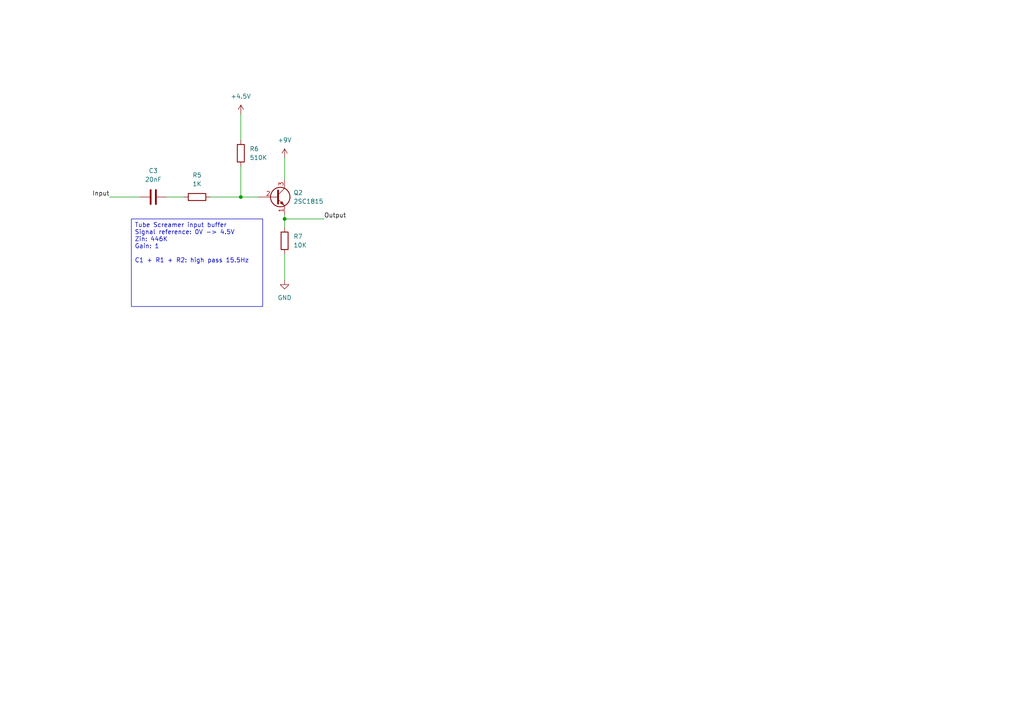
<source format=kicad_sch>
(kicad_sch (version 20250114) (generator "eeschema") (generator_version "9.0")
  (paper "A4")
  (lib_symbols
    (symbol "Device:C" (pin_numbers (hide yes)) (pin_names (offset 0.254))
      (property "Reference" "C" (at 0.635 2.54 0))
      (property "Value" "C" (at 0.635 -2.54 0))
      (symbol "C_0_1"
        (polyline (pts (xy -2.032 0.762) (xy 2.032 0.762)) (stroke (width 0.508)))
        (polyline (pts (xy -2.032 -0.762) (xy 2.032 -0.762)) (stroke (width 0.508)))
      )
      (symbol "C_1_1"
        (pin passive line (at 0 3.81 270) (length 2.794) (name "~") (number "1"))
        (pin passive line (at 0 -3.81 90) (length 2.794) (name "~") (number "2"))
      )
    )
    (symbol "Device:Q_NPN_EBC" (pin_names (offset 0) (hide yes))
      (property "Reference" "Q" (at 5.08 1.27 0))
      (property "Value" "Q_NPN_EBC" (at 5.08 -1.27 0))
      (symbol "Q_NPN_EBC_0_1"
        (polyline (pts (xy 0.635 1.905) (xy 0.635 -1.905) (xy 0.635 -1.905)) (stroke (width 0.508)))
        (polyline (pts (xy 0.635 0.635) (xy 2.54 2.54)))
        (polyline (pts (xy 0.635 -0.635) (xy 2.54 -2.54) (xy 2.54 -2.54)))
        (circle (center 1.27 0) (radius 2.8194) (stroke (width 0.254)))
        (polyline (pts (xy 1.27 -1.778) (xy 1.778 -1.27) (xy 2.286 -2.286) (xy 1.27 -1.778) (xy 1.27 -1.778)) (fill (type outline)))
      )
      (symbol "Q_NPN_EBC_1_1"
        (pin passive line (at -5.08 0 0) (length 5.715) (name "B") (number "2"))
        (pin passive line (at 2.54 5.08 270) (length 2.54) (name "C") (number "3"))
        (pin passive line (at 2.54 -5.08 90) (length 2.54) (name "E") (number "1"))
      )
    )
    (symbol "Device:R" (pin_numbers (hide yes)) (pin_names (offset 0))
      (property "Reference" "R" (at 2.032 0 90))
      (property "Value" "R" (at 0 0 90))
      (symbol "R_0_1"
        (rectangle (start -1.016 -2.54) (end 1.016 2.54) (stroke (width 0.254)))
      )
      (symbol "R_1_1"
        (pin passive line (at 0 3.81 270) (length 1.27) (name "~") (number "1"))
        (pin passive line (at 0 -3.81 90) (length 1.27) (name "~") (number "2"))
      )
    )
    (symbol "power:+9V" (power) (pin_numbers (hide yes)) (pin_names (offset 0) (hide yes))
      (property "Value" "+9V" (at 0 3.556 0))
      (symbol "+9V_0_1"
        (polyline (pts (xy -0.762 1.27) (xy 0 2.54)))
        (polyline (pts (xy 0 2.54) (xy 0.762 1.27)))
        (polyline (pts (xy 0 0) (xy 0 2.54)))
      )
      (symbol "+9V_1_1"
        (pin power_in line (at 0 0 90) (length 0) (name "~") (number "1"))
      )
    )
    (symbol "power:GND" (power) (pin_numbers (hide yes)) (pin_names (offset 0) (hide yes))
      (property "Value" "GND" (at 0 -3.81 0))
      (symbol "GND_0_1"
        (polyline (pts (xy 0 0) (xy 0 -1.27) (xy 1.27 -1.27) (xy 0 -2.54) (xy -1.27 -1.27) (xy 0 -1.27)))
      )
      (symbol "GND_1_1"
        (pin power_in line (at 0 0 270) (length 0) (name "~") (number "1"))
      )
    )
  )
  (text_box "Tube Screamer input buffer\nSignal reference: 0V -> 4.5V\nZin: 446K\nGain: 1\n\nC1 + R1 + R2: high pass 15.5Hz" (at 38.1 63.5 0) (size 38.1 25.4) (margins 0.9525 0.9525 0.9525 0.9525) (effects (font (size 1.27 1.27)) (justify left top)))
  (junction (at 69.85 57.15))
  (junction (at 82.55 63.5))
  (wire (pts (xy 60.96 57.15) (xy 69.85 57.15)))
  (wire (pts (xy 69.85 33.02) (xy 69.85 40.64)))
  (wire (pts (xy 82.55 63.5) (xy 93.98 63.5)))
  (wire (pts (xy 82.55 62.23) (xy 82.55 63.5)))
  (wire (pts (xy 82.55 45.72) (xy 82.55 52.07)))
  (wire (pts (xy 82.55 73.66) (xy 82.55 81.28)))
  (wire (pts (xy 48.26 57.15) (xy 53.34 57.15)))
  (wire (pts (xy 69.85 48.26) (xy 69.85 57.15)))
  (wire (pts (xy 82.55 63.5) (xy 82.55 66.04)))
  (wire (pts (xy 31.75 57.15) (xy 40.64 57.15)))
  (wire (pts (xy 74.93 57.15) (xy 69.85 57.15)))
  (label "Input" (at 31.75 57.15 180))
  (label "Output" (at 93.98 63.5 0))
  (symbol (lib_id "Device:C") (at 44.45 57.15 90) (unit 1)
    (property "Reference" "C3" (at 44.45 49.53 90))
    (property "Value" "20nF" (at 44.45 52.07 90))
    (property "Description" "Unpolarized capacitor" (effects (hide yes)))
  )
  (symbol (lib_id "power:+9V") (at 69.85 33.02 0) (mirror y) (unit 1)
    (property "Reference" "#PWR02" (effects (hide yes)))
    (property "Value" "+4.5V" (at 69.85 27.94 0))
    (property "Description" "Power symbol creates a global label with name \"+9V\"" (effects (hide yes)))
  )
  (symbol (lib_id "power:+9V") (at 82.55 45.72 0) (mirror y) (unit 1)
    (property "Reference" "#PWR01" (effects (hide yes)))
    (property "Value" "+9V" (at 82.55 40.64 0))
    (property "Description" "Power symbol creates a global label with name \"+9V\"" (effects (hide yes)))
  )
  (symbol (lib_id "power:GND") (at 82.55 81.28 0) (unit 1)
    (property "Reference" "#PWR03" (effects (hide yes)))
    (property "Value" "GND" (at 82.55 86.36 0))
    (property "Description" "Power symbol creates a global label with name \"GND\" , ground" (effects (hide yes)))
  )
  (symbol (lib_id "Device:R") (at 57.15 57.15 270) (unit 1)
    (property "Reference" "R5" (at 57.15 50.8 90))
    (property "Value" "1K" (at 57.15 53.34 90))
    (property "Footprint" "Resistor_THT:R_Axial_DIN0207_L6.3mm_D2.5mm_P7.62mm_Horizontal" (effects (hide yes)))
    (property "Description" "Resistor" (effects (hide yes)))
  )
  (symbol (lib_id "Device:Q_NPN_EBC") (at 80.01 57.15 0) (unit 1)
    (property "Reference" "Q2" (at 85.09 55.8799 0) (effects (justify left)))
    (property "Value" "2SC1815" (at 85.09 58.4199 0) (effects (justify left)))
    (property "Description" "NPN transistor, emitter/base/collector" (effects (hide yes)))
  )
  (symbol (lib_id "Device:R") (at 82.55 69.85 0) (unit 1)
    (property "Reference" "R7" (at 85.09 68.5799 0) (effects (justify left)))
    (property "Value" "10K" (at 85.09 71.1199 0) (effects (justify left)))
    (property "Footprint" "Resistor_THT:R_Axial_DIN0207_L6.3mm_D2.5mm_P7.62mm_Horizontal" (effects (hide yes)))
    (property "Description" "Resistor" (effects (hide yes)))
  )
  (symbol (lib_id "Device:R") (at 69.85 44.45 0) (unit 1)
    (property "Reference" "R6" (at 72.39 43.1799 0) (effects (justify left)))
    (property "Value" "510K" (at 72.39 45.7199 0) (effects (justify left)))
    (property "Footprint" "Resistor_THT:R_Axial_DIN0207_L6.3mm_D2.5mm_P7.62mm_Horizontal" (effects (hide yes)))
    (property "Description" "Resistor" (effects (hide yes)))
  )
)
</source>
